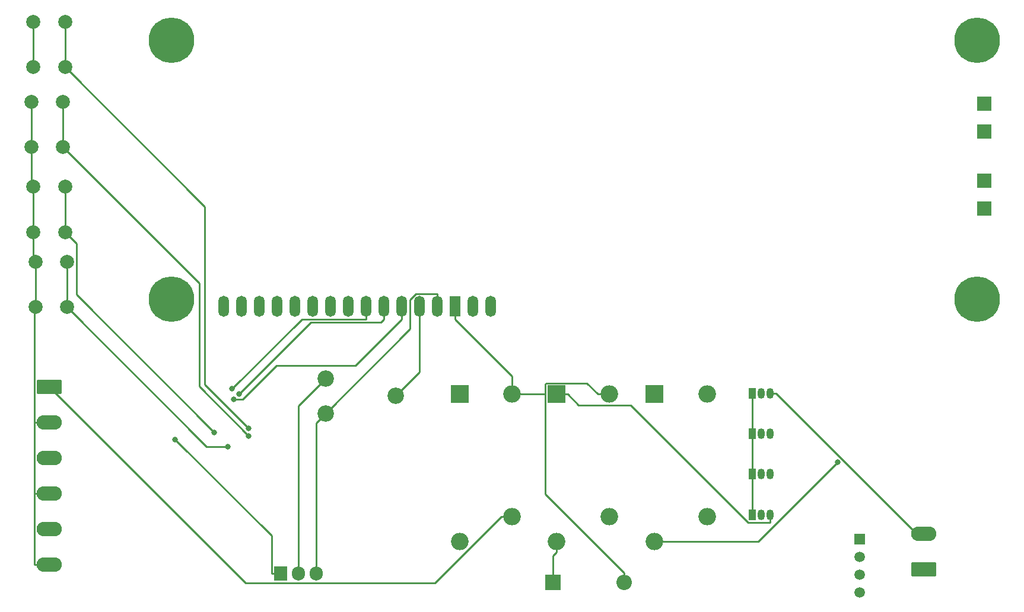
<source format=gbr>
%TF.GenerationSoftware,KiCad,Pcbnew,7.0.7*%
%TF.CreationDate,2023-12-03T21:53:00-03:00*%
%TF.ProjectId,climatizador automatico,636c696d-6174-4697-9a61-646f72206175,rev?*%
%TF.SameCoordinates,Original*%
%TF.FileFunction,Copper,L2,Bot*%
%TF.FilePolarity,Positive*%
%FSLAX46Y46*%
G04 Gerber Fmt 4.6, Leading zero omitted, Abs format (unit mm)*
G04 Created by KiCad (PCBNEW 7.0.7) date 2023-12-03 21:53:00*
%MOMM*%
%LPD*%
G01*
G04 APERTURE LIST*
G04 Aperture macros list*
%AMRoundRect*
0 Rectangle with rounded corners*
0 $1 Rounding radius*
0 $2 $3 $4 $5 $6 $7 $8 $9 X,Y pos of 4 corners*
0 Add a 4 corners polygon primitive as box body*
4,1,4,$2,$3,$4,$5,$6,$7,$8,$9,$2,$3,0*
0 Add four circle primitives for the rounded corners*
1,1,$1+$1,$2,$3*
1,1,$1+$1,$4,$5*
1,1,$1+$1,$6,$7*
1,1,$1+$1,$8,$9*
0 Add four rect primitives between the rounded corners*
20,1,$1+$1,$2,$3,$4,$5,0*
20,1,$1+$1,$4,$5,$6,$7,0*
20,1,$1+$1,$6,$7,$8,$9,0*
20,1,$1+$1,$8,$9,$2,$3,0*%
G04 Aperture macros list end*
%TA.AperFunction,ComponentPad*%
%ADD10R,2.200000X2.200000*%
%TD*%
%TA.AperFunction,ComponentPad*%
%ADD11O,2.200000X2.200000*%
%TD*%
%TA.AperFunction,ComponentPad*%
%ADD12R,2.500000X2.500000*%
%TD*%
%TA.AperFunction,ComponentPad*%
%ADD13O,2.500000X2.500000*%
%TD*%
%TA.AperFunction,ComponentPad*%
%ADD14R,1.050000X1.500000*%
%TD*%
%TA.AperFunction,ComponentPad*%
%ADD15O,1.050000X1.500000*%
%TD*%
%TA.AperFunction,ComponentPad*%
%ADD16C,2.340000*%
%TD*%
%TA.AperFunction,ComponentPad*%
%ADD17RoundRect,0.249999X-1.550001X0.790001X-1.550001X-0.790001X1.550001X-0.790001X1.550001X0.790001X0*%
%TD*%
%TA.AperFunction,ComponentPad*%
%ADD18O,3.600000X2.080000*%
%TD*%
%TA.AperFunction,ComponentPad*%
%ADD19C,2.000000*%
%TD*%
%TA.AperFunction,ComponentPad*%
%ADD20C,6.500000*%
%TD*%
%TA.AperFunction,ComponentPad*%
%ADD21R,1.500000X3.000000*%
%TD*%
%TA.AperFunction,ComponentPad*%
%ADD22O,1.500000X3.000000*%
%TD*%
%TA.AperFunction,ComponentPad*%
%ADD23R,2.000000X2.000000*%
%TD*%
%TA.AperFunction,ComponentPad*%
%ADD24R,1.905000X2.000000*%
%TD*%
%TA.AperFunction,ComponentPad*%
%ADD25O,1.905000X2.000000*%
%TD*%
%TA.AperFunction,ComponentPad*%
%ADD26R,1.500000X1.500000*%
%TD*%
%TA.AperFunction,ComponentPad*%
%ADD27C,1.500000*%
%TD*%
%TA.AperFunction,ComponentPad*%
%ADD28RoundRect,0.249999X1.550001X-0.790001X1.550001X0.790001X-1.550001X0.790001X-1.550001X-0.790001X0*%
%TD*%
%TA.AperFunction,ViaPad*%
%ADD29C,0.800000*%
%TD*%
%TA.AperFunction,Conductor*%
%ADD30C,0.250000*%
%TD*%
G04 APERTURE END LIST*
D10*
%TO.P,D2,1,K*%
%TO.N,+12V*%
X149040900Y-125116900D03*
D11*
%TO.P,D2,2,A*%
%TO.N,GND*%
X159200900Y-125116900D03*
%TD*%
D12*
%TO.P,K1,1*%
%TO.N,Net-(Q4-E)*%
X135743400Y-98199400D03*
D13*
%TO.P,K1,3*%
%TO.N,+12V*%
X135743400Y-119199400D03*
%TO.P,K1,5*%
%TO.N,Net-(J2-Pin_1)*%
X143243400Y-115699400D03*
%TO.P,K1,6*%
%TO.N,GND*%
X143243400Y-98199400D03*
%TD*%
D12*
%TO.P,K5,1*%
%TO.N,Net-(Q3-E)*%
X163530900Y-98199400D03*
D13*
%TO.P,K5,3*%
%TO.N,+12V*%
X163530900Y-119199400D03*
%TO.P,K5,5*%
%TO.N,Net-(J2-Pin_5)*%
X171030900Y-115699400D03*
%TO.P,K5,6*%
%TO.N,GND*%
X171030900Y-98199400D03*
%TD*%
D14*
%TO.P,Q3,1,C*%
%TO.N,Net-(Q2-C)*%
X177533400Y-103839400D03*
D15*
%TO.P,Q3,2,B*%
%TO.N,Net-(Q3-B)*%
X178803400Y-103839400D03*
%TO.P,Q3,3,E*%
%TO.N,Net-(Q3-E)*%
X180073400Y-103839400D03*
%TD*%
D16*
%TO.P,RV1,1,1*%
%TO.N,Net-(Q2-C)*%
X116620900Y-100921900D03*
%TO.P,RV1,2,2*%
%TO.N,Net-(U2-VO)*%
X126620900Y-98421900D03*
%TO.P,RV1,3,3*%
%TO.N,GND*%
X116620900Y-95921900D03*
%TD*%
D17*
%TO.P,J2,1,Pin_1*%
%TO.N,Net-(J2-Pin_1)*%
X77170900Y-97176900D03*
D18*
%TO.P,J2,2,Pin_2*%
%TO.N,GND*%
X77170900Y-102256900D03*
%TO.P,J2,3,Pin_3*%
%TO.N,Net-(J2-Pin_3)*%
X77170900Y-107336900D03*
%TO.P,J2,4,Pin_4*%
%TO.N,GND*%
X77170900Y-112416900D03*
%TO.P,J2,5,Pin_5*%
%TO.N,Net-(J2-Pin_5)*%
X77170900Y-117496900D03*
%TO.P,J2,6,Pin_6*%
%TO.N,GND*%
X77170900Y-122576900D03*
%TD*%
D19*
%TO.P,SW3,1,1*%
%TO.N,GND*%
X74920900Y-75026900D03*
X74920900Y-68526900D03*
%TO.P,SW3,2,2*%
%TO.N,Net-(U4-PTB1)*%
X79420900Y-75026900D03*
X79420900Y-68526900D03*
%TD*%
D14*
%TO.P,Q5,1,C*%
%TO.N,Net-(Q2-C)*%
X177533400Y-115419400D03*
D15*
%TO.P,Q5,2,B*%
%TO.N,Net-(Q5-B)*%
X178803400Y-115419400D03*
%TO.P,Q5,3,E*%
%TO.N,Net-(Q5-E)*%
X180073400Y-115419400D03*
%TD*%
D12*
%TO.P,K2,1*%
%TO.N,Net-(Q5-E)*%
X149560900Y-98199400D03*
D13*
%TO.P,K2,3*%
%TO.N,+12V*%
X149560900Y-119199400D03*
%TO.P,K2,5*%
%TO.N,Net-(J2-Pin_3)*%
X157060900Y-115699400D03*
%TO.P,K2,6*%
%TO.N,GND*%
X157060900Y-98199400D03*
%TD*%
D19*
%TO.P,SW2,1,1*%
%TO.N,GND*%
X74630900Y-62886900D03*
X74630900Y-56386900D03*
%TO.P,SW2,2,2*%
%TO.N,Net-(U4-PTB3)*%
X79130900Y-62886900D03*
X79130900Y-56386900D03*
%TD*%
%TO.P,SW1,1,1*%
%TO.N,GND*%
X74920900Y-51456900D03*
X74920900Y-44956900D03*
%TO.P,SW1,2,2*%
%TO.N,Net-(U4-PTB8)*%
X79420900Y-51456900D03*
X79420900Y-44956900D03*
%TD*%
D20*
%TO.P,U2,*%
%TO.N,*%
X209600900Y-84646900D03*
X209600900Y-47646900D03*
X94600900Y-84646900D03*
X94600900Y-47646900D03*
D21*
%TO.P,U2,1,VSS*%
%TO.N,GND*%
X135100900Y-85646900D03*
D22*
%TO.P,U2,2,VDD*%
%TO.N,Net-(Q2-C)*%
X132560900Y-85646900D03*
%TO.P,U2,3,VO*%
%TO.N,Net-(U2-VO)*%
X130020900Y-85646900D03*
%TO.P,U2,4,RS*%
%TO.N,Net-(U2-RS)*%
X127480900Y-85646900D03*
%TO.P,U2,5,R/~{W}*%
%TO.N,Net-(U2-R{slash}~{W})*%
X124940900Y-85646900D03*
%TO.P,U2,6,E*%
%TO.N,Net-(U2-E)*%
X122400900Y-85646900D03*
%TO.P,U2,7,DB0*%
%TO.N,Net-(U2-DB0)*%
X119860900Y-85646900D03*
%TO.P,U2,8,DB1*%
%TO.N,Net-(U2-DB1)*%
X117320900Y-85646900D03*
%TO.P,U2,9,DB2*%
%TO.N,Net-(U2-DB2)*%
X114780900Y-85646900D03*
%TO.P,U2,10,DB3*%
%TO.N,Net-(U2-DB3)*%
X112240900Y-85646900D03*
%TO.P,U2,11,DB4*%
%TO.N,Net-(U2-DB4)*%
X109700900Y-85646900D03*
%TO.P,U2,12,DB5*%
%TO.N,Net-(U2-DB5)*%
X107160900Y-85646900D03*
%TO.P,U2,13,DB6*%
%TO.N,Net-(U2-DB6)*%
X104620900Y-85646900D03*
%TO.P,U2,14,DB7*%
%TO.N,Net-(U2-DB7)*%
X102080900Y-85646900D03*
%TO.P,U2,15,A/VEE*%
%TO.N,unconnected-(U2-A{slash}VEE-Pad15)*%
X137640900Y-85646900D03*
%TO.P,U2,16,K*%
%TO.N,unconnected-(U2-K-Pad16)*%
X140180900Y-85646900D03*
D23*
%TO.P,U2,A1,A1*%
%TO.N,unconnected-(U2-PadA1)*%
X210600900Y-71646900D03*
%TO.P,U2,A2,A2*%
%TO.N,unconnected-(U2-PadA2)*%
X210600900Y-60646900D03*
%TO.P,U2,K1,K1*%
%TO.N,unconnected-(U2-PadK1)*%
X210600900Y-67646900D03*
%TO.P,U2,K2,K2*%
%TO.N,unconnected-(U2-PadK2)*%
X210600900Y-56646900D03*
%TD*%
D14*
%TO.P,Q4,1,C*%
%TO.N,Net-(Q2-C)*%
X177533400Y-109629400D03*
D15*
%TO.P,Q4,2,B*%
%TO.N,Net-(Q4-B)*%
X178803400Y-109629400D03*
%TO.P,Q4,3,E*%
%TO.N,Net-(Q4-E)*%
X180073400Y-109629400D03*
%TD*%
D24*
%TO.P,U5,1,VI*%
%TO.N,+12V*%
X110190900Y-123846900D03*
D25*
%TO.P,U5,2,GND*%
%TO.N,GND*%
X112730900Y-123846900D03*
%TO.P,U5,3,VO*%
%TO.N,Net-(Q2-C)*%
X115270900Y-123846900D03*
%TD*%
D14*
%TO.P,Q2,1,C*%
%TO.N,Net-(Q2-C)*%
X177533400Y-98049400D03*
D15*
%TO.P,Q2,2,B*%
%TO.N,Net-(Q2-B)*%
X178803400Y-98049400D03*
%TO.P,Q2,3,E*%
%TO.N,Net-(J10-Pin_2)*%
X180073400Y-98049400D03*
%TD*%
D26*
%TO.P,U1,1,VCC*%
%TO.N,Net-(Q2-C)*%
X192838400Y-118864400D03*
D27*
%TO.P,U1,2,IO*%
%TO.N,Net-(U1-IO)*%
X192838400Y-121404400D03*
%TO.P,U1,3,NC*%
%TO.N,unconnected-(U1-NC-Pad3)*%
X192838400Y-123944400D03*
%TO.P,U1,4,GND*%
%TO.N,GND*%
X192838400Y-126484400D03*
%TD*%
D19*
%TO.P,SW4,1,1*%
%TO.N,GND*%
X75210900Y-85746900D03*
X75210900Y-79246900D03*
%TO.P,SW4,2,2*%
%TO.N,Net-(U4-PTB0{slash}LLWU_P5)*%
X79710900Y-85746900D03*
X79710900Y-79246900D03*
%TD*%
D28*
%TO.P,J10,1,Pin_1*%
%TO.N,GND*%
X201962500Y-123190000D03*
D18*
%TO.P,J10,2,Pin_2*%
%TO.N,Net-(J10-Pin_2)*%
X201962500Y-118110000D03*
%TD*%
D29*
%TO.N,+12V*%
X95162800Y-104669400D03*
X189676100Y-107875200D03*
%TO.N,Net-(U4-PTB8)*%
X105653200Y-103102800D03*
%TO.N,Net-(U4-PTB3)*%
X105663000Y-104169400D03*
%TO.N,Net-(U4-PTB1)*%
X100714700Y-103649000D03*
%TO.N,Net-(U4-PTB0{slash}LLWU_P5)*%
X102701300Y-105669400D03*
%TO.N,Net-(U2-RS)*%
X103529000Y-98902600D03*
%TO.N,Net-(U2-R{slash}~{W})*%
X104242200Y-98169400D03*
%TO.N,Net-(U2-E)*%
X103274100Y-97437800D03*
%TD*%
D30*
%TO.N,Net-(J10-Pin_2)*%
X200985900Y-118110000D02*
X201962500Y-118110000D01*
X180925300Y-98049400D02*
X200985900Y-118110000D01*
X180073400Y-98049400D02*
X180925300Y-98049400D01*
%TO.N,+12V*%
X178351900Y-119199400D02*
X189676100Y-107875200D01*
X149560900Y-119199400D02*
X149560900Y-120776300D01*
X110190900Y-123846900D02*
X108911500Y-123846900D01*
X95162800Y-104669400D02*
X108911500Y-118418100D01*
X108911500Y-118418100D02*
X108911500Y-123846900D01*
X163530900Y-119199400D02*
X178351900Y-119199400D01*
X149560900Y-120776300D02*
X149040900Y-121296300D01*
X149040900Y-121296300D02*
X149040900Y-125116900D01*
%TO.N,GND*%
X77170900Y-112416900D02*
X75045500Y-112416900D01*
X74920900Y-78956900D02*
X74920900Y-75026900D01*
X159200900Y-125116900D02*
X159200900Y-123690000D01*
X74630900Y-62886900D02*
X74630900Y-68236900D01*
X153886100Y-96601500D02*
X148105000Y-96601500D01*
X112730900Y-99811900D02*
X116620900Y-95921900D01*
X74630900Y-56386900D02*
X74630900Y-62886900D01*
X75210900Y-85746900D02*
X75042900Y-85914900D01*
X75210900Y-79246900D02*
X74920900Y-78956900D01*
X74920900Y-44956900D02*
X74920900Y-51456900D01*
X143243400Y-95616300D02*
X135100900Y-87473800D01*
X77170900Y-122576900D02*
X75044000Y-122576900D01*
X75044000Y-112418400D02*
X75045500Y-112416900D01*
X155484000Y-98199400D02*
X153886100Y-96601500D01*
X147984000Y-98199400D02*
X147984000Y-112473100D01*
X77170900Y-102256900D02*
X75044000Y-102256900D01*
X74920900Y-68526900D02*
X74920900Y-75026900D01*
X74630900Y-68236900D02*
X74920900Y-68526900D01*
X75044000Y-122576900D02*
X75044000Y-112418400D01*
X75210900Y-85746900D02*
X75210900Y-79246900D01*
X148105000Y-96601500D02*
X147984000Y-96722500D01*
X75042900Y-85914900D02*
X75042900Y-102255800D01*
X75045500Y-112416900D02*
X75044000Y-112416900D01*
X112730900Y-123846900D02*
X112730900Y-99811900D01*
X147984000Y-112473100D02*
X159200900Y-123690000D01*
X147984000Y-96722500D02*
X147984000Y-98199400D01*
X143243400Y-98199400D02*
X147984000Y-98199400D01*
X75044000Y-102256900D02*
X75044000Y-112416900D01*
X143243400Y-98199400D02*
X143243400Y-95616300D01*
X135100900Y-85646900D02*
X135100900Y-87473800D01*
X75042900Y-102255800D02*
X75044000Y-102256900D01*
X157060900Y-98199400D02*
X155484000Y-98199400D01*
%TO.N,Net-(J2-Pin_1)*%
X141666500Y-115699400D02*
X132179800Y-125186100D01*
X132179800Y-125186100D02*
X105180100Y-125186100D01*
X105180100Y-125186100D02*
X77170900Y-97176900D01*
X143243400Y-115699400D02*
X141666500Y-115699400D01*
%TO.N,Net-(U4-PTB8)*%
X79420900Y-44956900D02*
X79420900Y-51456900D01*
X99375900Y-71411900D02*
X99375900Y-96825500D01*
X79420900Y-51456900D02*
X99375900Y-71411900D01*
X99375900Y-96825500D02*
X105653200Y-103102800D01*
%TO.N,Net-(U4-PTB3)*%
X98583600Y-97090000D02*
X105663000Y-104169400D01*
X98583600Y-82339600D02*
X98583600Y-97090000D01*
X79130900Y-62886900D02*
X98583600Y-82339600D01*
X79130900Y-56386900D02*
X79130900Y-62886900D01*
%TO.N,Net-(U4-PTB1)*%
X81037800Y-83972100D02*
X100714700Y-103649000D01*
X79420900Y-75026900D02*
X81037800Y-76643800D01*
X79420900Y-68526900D02*
X79420900Y-75026900D01*
X81037800Y-76643800D02*
X81037800Y-83972100D01*
%TO.N,Net-(U4-PTB0{slash}LLWU_P5)*%
X79710900Y-79246900D02*
X79710900Y-85746900D01*
X99633400Y-105669400D02*
X102701300Y-105669400D01*
X79710900Y-85746900D02*
X99633400Y-105669400D01*
%TO.N,Net-(U2-RS)*%
X104736100Y-98902600D02*
X103529000Y-98902600D01*
X127480900Y-85646900D02*
X127480900Y-87473800D01*
X120886700Y-94068000D02*
X109570700Y-94068000D01*
X127480900Y-87473800D02*
X120886700Y-94068000D01*
X109570700Y-94068000D02*
X104736100Y-98902600D01*
%TO.N,Net-(U2-R{slash}~{W})*%
X114485900Y-87925700D02*
X104242200Y-98169400D01*
X124940900Y-87473800D02*
X124489000Y-87925700D01*
X124489000Y-87925700D02*
X114485900Y-87925700D01*
X124940900Y-85646900D02*
X124940900Y-87473800D01*
%TO.N,Net-(U2-E)*%
X122400900Y-85646900D02*
X122400900Y-87473800D01*
X122400900Y-87473800D02*
X113238100Y-87473800D01*
X113238100Y-87473800D02*
X103274100Y-97437800D01*
%TO.N,Net-(Q5-E)*%
X160152800Y-99776300D02*
X152714700Y-99776300D01*
X149560900Y-98199400D02*
X151137800Y-98199400D01*
X176872800Y-116496300D02*
X160152800Y-99776300D01*
X152714700Y-99776300D02*
X151137800Y-98199400D01*
X180073400Y-115419400D02*
X180073400Y-116496300D01*
X180073400Y-116496300D02*
X176872800Y-116496300D01*
%TO.N,Net-(Q2-C)*%
X177533400Y-115419400D02*
X177533400Y-109629400D01*
X115270900Y-102271900D02*
X115270900Y-123846900D01*
X116620900Y-100921900D02*
X115270900Y-102271900D01*
X129540000Y-83820000D02*
X128687400Y-84672600D01*
X128687400Y-88855400D02*
X116620900Y-100921900D01*
X128687400Y-84672600D02*
X128687400Y-88855400D01*
X132560900Y-83820000D02*
X129540000Y-83820000D01*
X177533400Y-98049400D02*
X177533400Y-103839400D01*
X177533400Y-109629400D02*
X177533400Y-103839400D01*
X132560900Y-85646900D02*
X132560900Y-83820000D01*
%TO.N,Net-(U2-VO)*%
X130020900Y-95021900D02*
X126620900Y-98421900D01*
X130020900Y-85646900D02*
X130020900Y-95021900D01*
%TD*%
M02*

</source>
